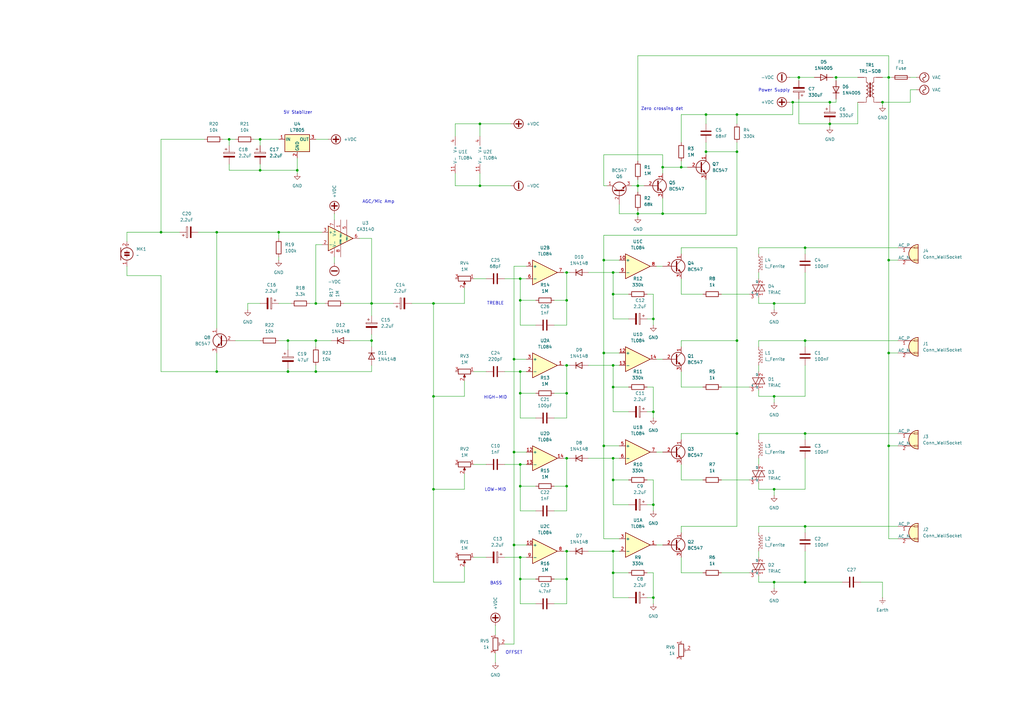
<source format=kicad_sch>
(kicad_sch (version 20231120) (generator "eeschema") (generator_version "8.0")
  (paper "A3")
  (title_block (title "AT464 by Jan Soelberg"))
  (junction (at 129.54 139.7))
  (junction (at 271.78 87.63))
  (junction (at 213.36 152.4))
  (junction (at 327.66 31.75))
  (junction (at 232.41 161.29))
  (junction (at 330.2 177.8))
  (junction (at 340.36 50.8))
  (junction (at 106.68 57.15))
  (junction (at 213.36 237.49))
  (junction (at 232.41 123.19))
  (junction (at 247.65 144.78))
  (junction (at 330.2 139.7))
  (junction (at 106.68 69.85))
  (junction (at 213.36 228.6))
  (junction (at 289.56 46.99))
  (junction (at 330.2 101.6))
  (junction (at 232.41 199.39))
  (junction (at 251.46 158.75))
  (junction (at 177.8 162.56))
  (junction (at 210.82 223.52))
  (junction (at 261.62 76.2))
  (junction (at 232.41 187.96))
  (junction (at 88.9 95.25))
  (junction (at 213.36 123.19))
  (junction (at 251.46 149.86))
  (junction (at 177.8 124.46))
  (junction (at 361.95 41.91))
  (junction (at 340.36 41.91))
  (junction (at 267.97 130.81))
  (junction (at 302.26 177.8))
  (junction (at 232.41 149.86))
  (junction (at 271.78 68.58))
  (junction (at 247.65 182.88))
  (junction (at 232.41 111.76))
  (junction (at 118.11 152.4))
  (junction (at 317.5 162.56))
  (junction (at 330.2 238.76))
  (junction (at 247.65 106.68))
  (junction (at 213.36 114.3))
  (junction (at 129.54 124.46))
  (junction (at 364.49 144.78))
  (junction (at 251.46 187.96))
  (junction (at 289.56 62.23))
  (junction (at 267.97 168.91))
  (junction (at 210.82 147.32))
  (junction (at 251.46 111.76))
  (junction (at 129.54 152.4))
  (junction (at 364.49 31.75))
  (junction (at 251.46 226.06))
  (junction (at 342.9 31.75))
  (junction (at 118.11 139.7))
  (junction (at 261.62 87.63))
  (junction (at 317.5 200.66))
  (junction (at 251.46 234.95))
  (junction (at 213.36 190.5))
  (junction (at 325.12 41.91))
  (junction (at 210.82 185.42))
  (junction (at 88.9 152.4))
  (junction (at 302.26 139.7))
  (junction (at 152.4 124.46))
  (junction (at 213.36 161.29))
  (junction (at 267.97 245.11))
  (junction (at 232.41 226.06))
  (junction (at 232.41 237.49))
  (junction (at 66.04 95.25))
  (junction (at 251.46 196.85))
  (junction (at 317.5 238.76))
  (junction (at 364.49 182.88))
  (junction (at 302.26 46.99))
  (junction (at 330.2 215.9))
  (junction (at 177.8 200.66))
  (junction (at 152.4 139.7))
  (junction (at 121.92 69.85))
  (junction (at 279.4 68.58))
  (junction (at 196.85 76.2))
  (junction (at 114.3 95.25))
  (junction (at 213.36 199.39))
  (junction (at 364.49 106.68))
  (junction (at 267.97 207.01))
  (junction (at 93.98 57.15))
  (junction (at 317.5 124.46))
  (junction (at 251.46 120.65))
  (junction (at 302.26 62.23))
  (junction (at 196.85 50.8))
  (wire (pts (xy 265.43 130.81) (xy 267.97 130.81)))
  (wire (pts (xy 279.4 196.85) (xy 279.4 190.5)))
  (wire (pts (xy 361.95 41.91) (xy 361.95 43.18)))
  (wire (pts (xy 261.62 76.2) (xy 264.16 76.2)))
  (wire (pts (xy 279.4 158.75) (xy 279.4 152.4)))
  (wire (pts (xy 265.43 120.65) (xy 267.97 120.65)))
  (wire (pts (xy 247.65 220.98) (xy 254 220.98)))
  (wire (pts (xy 213.36 123.19) (xy 219.71 123.19)))
  (wire (pts (xy 340.36 50.8) (xy 340.36 52.07)))
  (wire (pts (xy 251.46 168.91) (xy 251.46 158.75)))
  (wire (pts (xy 279.4 68.58) (xy 281.94 68.58)))
  (wire (pts (xy 311.15 104.14) (xy 311.15 101.6)))
  (wire (pts (xy 302.26 58.42) (xy 302.26 62.23)))
  (wire (pts (xy 295.91 234.95) (xy 307.34 234.95)))
  (wire (pts (xy 261.62 86.36) (xy 261.62 87.63)))
  (wire (pts (xy 129.54 124.46) (xy 127 124.46)))
  (wire (pts (xy 52.07 95.25) (xy 66.04 95.25)))
  (wire (pts (xy 194.31 228.6) (xy 199.39 228.6)))
  (wire (pts (xy 251.46 226.06) (xy 254 226.06)))
  (wire (pts (xy 88.9 144.78) (xy 88.9 152.4)))
  (wire (pts (xy 210.82 147.32) (xy 215.9 147.32)))
  (wire (pts (xy 302.26 96.52) (xy 247.65 96.52)))
  (wire (pts (xy 279.4 139.7) (xy 302.26 139.7)))
  (wire (pts (xy 247.65 144.78) (xy 254 144.78)))
  (wire (pts (xy 288.29 158.75) (xy 279.4 158.75)))
  (wire (pts (xy 330.2 101.6) (xy 330.2 104.14)))
  (wire (pts (xy 368.3 182.88) (xy 364.49 182.88)))
  (wire (pts (xy 311.15 124.46) (xy 311.15 121.92)))
  (wire (pts (xy 265.43 207.01) (xy 267.97 207.01)))
  (wire (pts (xy 330.2 215.9) (xy 368.3 215.9)))
  (wire (pts (xy 364.49 220.98) (xy 364.49 182.88)))
  (wire (pts (xy 317.5 200.66) (xy 317.5 203.2)))
  (wire (pts (xy 207.01 114.3) (xy 213.36 114.3)))
  (wire (pts (xy 311.15 139.7) (xy 330.2 139.7)))
  (wire (pts (xy 227.33 199.39) (xy 232.41 199.39)))
  (wire (pts (xy 317.5 162.56) (xy 317.5 165.1)))
  (wire (pts (xy 330.2 226.06) (xy 330.2 238.76)))
  (wire (pts (xy 289.56 62.23) (xy 289.56 63.5)))
  (wire (pts (xy 215.9 109.22) (xy 210.82 109.22)))
  (wire (pts (xy 168.91 124.46) (xy 177.8 124.46)))
  (wire (pts (xy 330.2 101.6) (xy 368.3 101.6)))
  (wire (pts (xy 190.5 238.76) (xy 177.8 238.76)))
  (wire (pts (xy 219.71 161.29) (xy 213.36 161.29)))
  (wire (pts (xy 368.3 144.78) (xy 364.49 144.78)))
  (wire (pts (xy 203.2 267.97) (xy 203.2 271.78)))
  (wire (pts (xy 207.01 190.5) (xy 213.36 190.5)))
  (wire (pts (xy 330.2 238.76) (xy 317.5 238.76)))
  (wire (pts (xy 88.9 95.25) (xy 88.9 134.62)))
  (wire (pts (xy 261.62 76.2) (xy 261.62 78.74)))
  (wire (pts (xy 330.2 139.7) (xy 368.3 139.7)))
  (wire (pts (xy 118.11 139.7) (xy 118.11 143.51)))
  (wire (pts (xy 213.36 247.65) (xy 213.36 237.49)))
  (wire (pts (xy 251.46 245.11) (xy 251.46 234.95)))
  (wire (pts (xy 323.85 41.91) (xy 325.12 41.91)))
  (wire (pts (xy 311.15 149.86) (xy 311.15 152.4)))
  (wire (pts (xy 213.36 114.3) (xy 215.9 114.3)))
  (wire (pts (xy 251.46 120.65) (xy 251.46 111.76)))
  (wire (pts (xy 177.8 200.66) (xy 177.8 162.56)))
  (wire (pts (xy 219.71 237.49) (xy 213.36 237.49)))
  (wire (pts (xy 265.43 158.75) (xy 267.97 158.75)))
  (wire (pts (xy 210.82 109.22) (xy 210.82 147.32)))
  (wire (pts (xy 232.41 209.55) (xy 232.41 199.39)))
  (wire (pts (xy 257.81 120.65) (xy 251.46 120.65)))
  (wire (pts (xy 257.81 168.91) (xy 251.46 168.91)))
  (wire (pts (xy 213.36 199.39) (xy 213.36 190.5)))
  (wire (pts (xy 194.31 114.3) (xy 199.39 114.3)))
  (wire (pts (xy 152.4 139.7) (xy 152.4 142.24)))
  (wire (pts (xy 152.4 124.46) (xy 152.4 129.54)))
  (wire (pts (xy 207.01 152.4) (xy 213.36 152.4)))
  (wire (pts (xy 121.92 69.85) (xy 121.92 71.12)))
  (wire (pts (xy 251.46 207.01) (xy 251.46 196.85)))
  (wire (pts (xy 66.04 95.25) (xy 73.66 95.25)))
  (wire (pts (xy 327.66 50.8) (xy 327.66 40.64)))
  (wire (pts (xy 302.26 177.8) (xy 302.26 215.9)))
  (wire (pts (xy 302.26 46.99) (xy 325.12 46.99)))
  (wire (pts (xy 152.4 124.46) (xy 140.97 124.46)))
  (wire (pts (xy 241.3 149.86) (xy 251.46 149.86)))
  (wire (pts (xy 231.14 111.76) (xy 232.41 111.76)))
  (wire (pts (xy 269.24 147.32) (xy 271.78 147.32)))
  (wire (pts (xy 302.26 62.23) (xy 302.26 96.52)))
  (wire (pts (xy 279.4 215.9) (xy 279.4 218.44)))
  (wire (pts (xy 317.5 238.76) (xy 317.5 241.3)))
  (wire (pts (xy 241.3 226.06) (xy 251.46 226.06)))
  (wire (pts (xy 121.92 64.77) (xy 121.92 69.85)))
  (wire (pts (xy 232.41 171.45) (xy 232.41 161.29)))
  (wire (pts (xy 152.4 97.79) (xy 152.4 124.46)))
  (wire (pts (xy 317.5 124.46) (xy 317.5 127)))
  (wire (pts (xy 311.15 162.56) (xy 311.15 160.02)))
  (wire (pts (xy 364.49 144.78) (xy 364.49 182.88)))
  (wire (pts (xy 93.98 57.15) (xy 96.52 57.15)))
  (wire (pts (xy 279.4 120.65) (xy 279.4 114.3)))
  (wire (pts (xy 219.71 133.35) (xy 213.36 133.35)))
  (wire (pts (xy 267.97 234.95) (xy 267.97 245.11)))
  (wire (pts (xy 254 87.63) (xy 261.62 87.63)))
  (wire (pts (xy 196.85 71.12) (xy 196.85 76.2)))
  (wire (pts (xy 271.78 87.63) (xy 261.62 87.63)))
  (wire (pts (xy 129.54 139.7) (xy 129.54 142.24)))
  (wire (pts (xy 269.24 109.22) (xy 271.78 109.22)))
  (wire (pts (xy 265.43 196.85) (xy 267.97 196.85)))
  (wire (pts (xy 257.81 130.81) (xy 251.46 130.81)))
  (wire (pts (xy 91.44 57.15) (xy 93.98 57.15)))
  (wire (pts (xy 302.26 50.8) (xy 302.26 46.99)))
  (wire (pts (xy 232.41 237.49) (xy 232.41 226.06)))
  (wire (pts (xy 209.55 50.8) (xy 196.85 50.8)))
  (wire (pts (xy 361.95 245.11) (xy 361.95 238.76)))
  (wire (pts (xy 364.49 31.75) (xy 364.49 22.86)))
  (wire (pts (xy 259.08 76.2) (xy 261.62 76.2)))
  (wire (pts (xy 106.68 67.31) (xy 106.68 69.85)))
  (wire (pts (xy 129.54 152.4) (xy 118.11 152.4)))
  (wire (pts (xy 257.81 234.95) (xy 251.46 234.95)))
  (wire (pts (xy 267.97 196.85) (xy 267.97 207.01)))
  (wire (pts (xy 177.8 124.46) (xy 177.8 162.56)))
  (wire (pts (xy 330.2 238.76) (xy 345.44 238.76)))
  (wire (pts (xy 364.49 22.86) (xy 261.62 22.86)))
  (wire (pts (xy 213.36 161.29) (xy 213.36 152.4)))
  (wire (pts (xy 279.4 177.8) (xy 302.26 177.8)))
  (wire (pts (xy 114.3 105.41) (xy 114.3 106.68)))
  (wire (pts (xy 227.33 123.19) (xy 232.41 123.19)))
  (wire (pts (xy 373.38 31.75) (xy 375.92 31.75)))
  (wire (pts (xy 66.04 57.15) (xy 83.82 57.15)))
  (wire (pts (xy 279.4 104.14) (xy 279.4 101.6)))
  (wire (pts (xy 101.6 124.46) (xy 101.6 127)))
  (wire (pts (xy 96.52 139.7) (xy 106.68 139.7)))
  (wire (pts (xy 330.2 215.9) (xy 330.2 218.44)))
  (wire (pts (xy 241.3 187.96) (xy 251.46 187.96)))
  (wire (pts (xy 257.81 245.11) (xy 251.46 245.11)))
  (wire (pts (xy 227.33 161.29) (xy 232.41 161.29)))
  (wire (pts (xy 340.36 50.8) (xy 327.66 50.8)))
  (wire (pts (xy 106.68 124.46) (xy 101.6 124.46)))
  (wire (pts (xy 311.15 187.96) (xy 311.15 190.5)))
  (wire (pts (xy 137.16 105.41) (xy 137.16 107.95)))
  (wire (pts (xy 247.65 63.5) (xy 271.78 63.5)))
  (wire (pts (xy 330.2 124.46) (xy 317.5 124.46)))
  (wire (pts (xy 152.4 149.86) (xy 152.4 152.4)))
  (wire (pts (xy 129.54 100.33) (xy 129.54 124.46)))
  (wire (pts (xy 196.85 50.8) (xy 186.69 50.8)))
  (wire (pts (xy 227.33 133.35) (xy 232.41 133.35)))
  (wire (pts (xy 129.54 139.7) (xy 135.89 139.7)))
  (wire (pts (xy 375.92 36.83) (xy 373.38 36.83)))
  (wire (pts (xy 267.97 207.01) (xy 267.97 209.55)))
  (wire (pts (xy 227.33 247.65) (xy 232.41 247.65)))
  (wire (pts (xy 196.85 76.2) (xy 209.55 76.2)))
  (wire (pts (xy 147.32 97.79) (xy 152.4 97.79)))
  (wire (pts (xy 248.92 76.2) (xy 247.65 76.2)))
  (wire (pts (xy 231.14 187.96) (xy 232.41 187.96)))
  (wire (pts (xy 361.95 31.75) (xy 364.49 31.75)))
  (wire (pts (xy 213.36 152.4) (xy 215.9 152.4)))
  (wire (pts (xy 190.5 156.21) (xy 190.5 162.56)))
  (wire (pts (xy 288.29 234.95) (xy 279.4 234.95)))
  (wire (pts (xy 295.91 158.75) (xy 307.34 158.75)))
  (wire (pts (xy 317.5 238.76) (xy 311.15 238.76)))
  (wire (pts (xy 267.97 245.11) (xy 267.97 247.65)))
  (wire (pts (xy 213.36 133.35) (xy 213.36 123.19)))
  (wire (pts (xy 325.12 41.91) (xy 340.36 41.91)))
  (wire (pts (xy 279.4 234.95) (xy 279.4 228.6)))
  (wire (pts (xy 210.82 185.42) (xy 210.82 147.32)))
  (wire (pts (xy 289.56 87.63) (xy 271.78 87.63)))
  (wire (pts (xy 66.04 57.15) (xy 66.04 95.25)))
  (wire (pts (xy 311.15 142.24) (xy 311.15 139.7)))
  (wire (pts (xy 267.97 168.91) (xy 267.97 171.45)))
  (wire (pts (xy 207.01 228.6) (xy 213.36 228.6)))
  (wire (pts (xy 288.29 196.85) (xy 279.4 196.85)))
  (wire (pts (xy 342.9 41.91) (xy 340.36 41.91)))
  (wire (pts (xy 190.5 232.41) (xy 190.5 238.76)))
  (wire (pts (xy 257.81 207.01) (xy 251.46 207.01)))
  (wire (pts (xy 269.24 185.42) (xy 271.78 185.42)))
  (wire (pts (xy 210.82 223.52) (xy 210.82 185.42)))
  (wire (pts (xy 251.46 196.85) (xy 251.46 187.96)))
  (wire (pts (xy 342.9 31.75) (xy 342.9 33.02)))
  (wire (pts (xy 213.36 228.6) (xy 215.9 228.6)))
  (wire (pts (xy 247.65 182.88) (xy 247.65 220.98)))
  (wire (pts (xy 190.5 124.46) (xy 190.5 118.11)))
  (wire (pts (xy 213.36 171.45) (xy 213.36 161.29)))
  (wire (pts (xy 232.41 123.19) (xy 232.41 111.76)))
  (wire (pts (xy 152.4 137.16) (xy 152.4 139.7)))
  (wire (pts (xy 334.01 31.75) (xy 327.66 31.75)))
  (wire (pts (xy 302.26 139.7) (xy 302.26 177.8)))
  (wire (pts (xy 265.43 234.95) (xy 267.97 234.95)))
  (wire (pts (xy 364.49 31.75) (xy 364.49 106.68)))
  (wire (pts (xy 364.49 31.75) (xy 365.76 31.75)))
  (wire (pts (xy 114.3 95.25) (xy 132.08 95.25)))
  (wire (pts (xy 186.69 50.8) (xy 186.69 55.88)))
  (wire (pts (xy 190.5 200.66) (xy 177.8 200.66)))
  (wire (pts (xy 247.65 76.2) (xy 247.65 63.5)))
  (wire (pts (xy 271.78 63.5) (xy 271.78 68.58)))
  (wire (pts (xy 265.43 168.91) (xy 267.97 168.91)))
  (wire (pts (xy 311.15 238.76) (xy 311.15 236.22)))
  (wire (pts (xy 289.56 46.99) (xy 302.26 46.99)))
  (wire (pts (xy 251.46 111.76) (xy 254 111.76)))
  (wire (pts (xy 330.2 162.56) (xy 317.5 162.56)))
  (wire (pts (xy 289.56 73.66) (xy 289.56 87.63)))
  (wire (pts (xy 129.54 149.86) (xy 129.54 152.4)))
  (wire (pts (xy 351.79 41.91) (xy 351.79 50.8)))
  (wire (pts (xy 330.2 149.86) (xy 330.2 162.56)))
  (wire (pts (xy 373.38 36.83) (xy 373.38 41.91)))
  (wire (pts (xy 81.28 95.25) (xy 88.9 95.25)))
  (wire (pts (xy 271.78 81.28) (xy 271.78 87.63)))
  (wire (pts (xy 106.68 57.15) (xy 114.3 57.15)))
  (wire (pts (xy 311.15 200.66) (xy 311.15 198.12)))
  (wire (pts (xy 203.2 256.54) (xy 203.2 260.35)))
  (wire (pts (xy 232.41 226.06) (xy 233.68 226.06)))
  (wire (pts (xy 311.15 101.6) (xy 330.2 101.6)))
  (wire (pts (xy 289.56 58.42) (xy 289.56 62.23)))
  (wire (pts (xy 340.36 41.91) (xy 340.36 43.18)))
  (wire (pts (xy 66.04 113.03) (xy 66.04 152.4)))
  (wire (pts (xy 251.46 187.96) (xy 254 187.96)))
  (wire (pts (xy 177.8 124.46) (xy 190.5 124.46)))
  (wire (pts (xy 330.2 111.76) (xy 330.2 124.46)))
  (wire (pts (xy 210.82 264.16) (xy 210.82 223.52)))
  (wire (pts (xy 261.62 87.63) (xy 261.62 88.9)))
  (wire (pts (xy 251.46 149.86) (xy 254 149.86)))
  (wire (pts (xy 279.4 66.04) (xy 279.4 68.58)))
  (wire (pts (xy 152.4 152.4) (xy 129.54 152.4)))
  (wire (pts (xy 257.81 196.85) (xy 251.46 196.85)))
  (wire (pts (xy 279.4 101.6) (xy 302.26 101.6)))
  (wire (pts (xy 364.49 106.68) (xy 368.3 106.68)))
  (wire (pts (xy 227.33 237.49) (xy 232.41 237.49)))
  (wire (pts (xy 311.15 177.8) (xy 330.2 177.8)))
  (wire (pts (xy 330.2 139.7) (xy 330.2 142.24)))
  (wire (pts (xy 317.5 124.46) (xy 311.15 124.46)))
  (wire (pts (xy 267.97 130.81) (xy 267.97 133.35)))
  (wire (pts (xy 311.15 218.44) (xy 311.15 215.9)))
  (wire (pts (xy 261.62 73.66) (xy 261.62 76.2)))
  (wire (pts (xy 351.79 50.8) (xy 340.36 50.8)))
  (wire (pts (xy 342.9 41.91) (xy 342.9 40.64)))
  (wire (pts (xy 295.91 196.85) (xy 307.34 196.85)))
  (wire (pts (xy 114.3 95.25) (xy 114.3 97.79)))
  (wire (pts (xy 251.46 234.95) (xy 251.46 226.06)))
  (wire (pts (xy 177.8 200.66) (xy 177.8 238.76)))
  (wire (pts (xy 232.41 161.29) (xy 232.41 149.86)))
  (wire (pts (xy 279.4 58.42) (xy 279.4 46.99)))
  (wire (pts (xy 251.46 158.75) (xy 251.46 149.86)))
  (wire (pts (xy 232.41 187.96) (xy 233.68 187.96)))
  (wire (pts (xy 194.31 190.5) (xy 199.39 190.5)))
  (wire (pts (xy 317.5 162.56) (xy 311.15 162.56)))
  (wire (pts (xy 88.9 152.4) (xy 118.11 152.4)))
  (wire (pts (xy 288.29 120.65) (xy 279.4 120.65)))
  (wire (pts (xy 213.36 114.3) (xy 213.36 123.19)))
  (wire (pts (xy 257.81 158.75) (xy 251.46 158.75)))
  (wire (pts (xy 186.69 76.2) (xy 196.85 76.2)))
  (wire (pts (xy 361.95 238.76) (xy 353.06 238.76)))
  (wire (pts (xy 251.46 130.81) (xy 251.46 120.65)))
  (wire (pts (xy 219.71 247.65) (xy 213.36 247.65)))
  (wire (pts (xy 106.68 57.15) (xy 106.68 59.69)))
  (wire (pts (xy 325.12 46.99) (xy 325.12 41.91)))
  (wire (pts (xy 114.3 124.46) (xy 119.38 124.46)))
  (wire (pts (xy 215.9 223.52) (xy 210.82 223.52)))
  (wire (pts (xy 118.11 152.4) (xy 118.11 151.13)))
  (wire (pts (xy 241.3 111.76) (xy 251.46 111.76)))
  (wire (pts (xy 232.41 111.76) (xy 233.68 111.76)))
  (wire (pts (xy 231.14 226.06) (xy 232.41 226.06)))
  (wire (pts (xy 93.98 57.15) (xy 93.98 59.69)))
  (wire (pts (xy 247.65 182.88) (xy 254 182.88)))
  (wire (pts (xy 364.49 106.68) (xy 364.49 144.78)))
  (wire (pts (xy 289.56 50.8) (xy 289.56 46.99)))
  (wire (pts (xy 232.41 199.39) (xy 232.41 187.96)))
  (wire (pts (xy 114.3 139.7) (xy 118.11 139.7)))
  (wire (pts (xy 267.97 120.65) (xy 267.97 130.81)))
  (wire (pts (xy 267.97 158.75) (xy 267.97 168.91)))
  (wire (pts (xy 261.62 22.86) (xy 261.62 66.04)))
  (wire (pts (xy 330.2 177.8) (xy 330.2 180.34)))
  (wire (pts (xy 302.26 62.23) (xy 289.56 62.23)))
  (wire (pts (xy 207.01 264.16) (xy 210.82 264.16)))
  (wire (pts (xy 279.4 46.99) (xy 289.56 46.99)))
  (wire (pts (xy 279.4 180.34) (xy 279.4 177.8)))
  (wire (pts (xy 311.15 226.06) (xy 311.15 228.6)))
  (wire (pts (xy 247.65 144.78) (xy 247.65 182.88)))
  (wire (pts (xy 93.98 69.85) (xy 106.68 69.85)))
  (wire (pts (xy 88.9 95.25) (xy 114.3 95.25)))
  (wire (pts (xy 106.68 69.85) (xy 121.92 69.85)))
  (wire (pts (xy 330.2 177.8) (xy 368.3 177.8)))
  (wire (pts (xy 302.26 215.9) (xy 279.4 215.9)))
  (wire (pts (xy 129.54 57.15) (xy 134.62 57.15)))
  (wire (pts (xy 215.9 185.42) (xy 210.82 185.42)))
  (wire (pts (xy 311.15 180.34) (xy 311.15 177.8)))
  (wire (pts (xy 190.5 162.56) (xy 177.8 162.56)))
  (wire (pts (xy 194.31 152.4) (xy 199.39 152.4)))
  (wire (pts (xy 227.33 209.55) (xy 232.41 209.55)))
  (wire (pts (xy 232.41 247.65) (xy 232.41 237.49)))
  (wire (pts (xy 52.07 109.22) (xy 52.07 113.03)))
  (wire (pts (xy 137.16 87.63) (xy 137.16 90.17)))
  (wire (pts (xy 311.15 215.9) (xy 330.2 215.9)))
  (wire (pts (xy 271.78 68.58) (xy 279.4 68.58)))
  (wire (pts (xy 213.36 209.55) (xy 213.36 199.39)))
  (wire (pts (xy 271.78 68.58) (xy 271.78 71.12)))
  (wire (pts (xy 118.11 139.7) (xy 129.54 139.7)))
  (wire (pts (xy 247.65 96.52) (xy 247.65 106.68)))
  (wire (pts (xy 196.85 50.8) (xy 196.85 55.88)))
  (wire (pts (xy 342.9 31.75) (xy 351.79 31.75)))
  (wire (pts (xy 247.65 106.68) (xy 254 106.68)))
  (wire (pts (xy 327.66 31.75) (xy 327.66 33.02)))
  (wire (pts (xy 132.08 100.33) (xy 129.54 100.33)))
  (wire (pts (xy 213.36 190.5) (xy 215.9 190.5)))
  (wire (pts (xy 219.71 209.55) (xy 213.36 209.55)))
  (wire (pts (xy 219.71 171.45) (xy 213.36 171.45)))
  (wire (pts (xy 232.41 149.86) (xy 233.68 149.86)))
  (wire (pts (xy 341.63 31.75) (xy 342.9 31.75)))
  (wire (pts (xy 368.3 220.98) (xy 364.49 220.98)))
  (wire (pts (xy 227.33 171.45) (xy 232.41 171.45)))
  (wire (pts (xy 317.5 200.66) (xy 311.15 200.66)))
  (wire (pts (xy 311.15 111.76) (xy 311.15 114.3)))
  (wire (pts (xy 66.04 152.4) (xy 88.9 152.4)))
  (wire (pts (xy 186.69 71.12) (xy 186.69 76.2)))
  (wire (pts (xy 265.43 245.11) (xy 267.97 245.11)))
  (wire (pts (xy 232.41 133.35) (xy 232.41 123.19)))
  (wire (pts (xy 52.07 99.06) (xy 52.07 95.25)))
  (wire (pts (xy 93.98 67.31) (xy 93.98 69.85)))
  (wire (pts (xy 330.2 187.96) (xy 330.2 200.66)))
  (wire (pts (xy 104.14 57.15) (xy 106.68 57.15)))
  (wire (pts (xy 129.54 124.46) (xy 133.35 124.46)))
  (wire (pts (xy 52.07 113.03) (xy 66.04 113.03)))
  (wire (pts (xy 219.71 199.39) (xy 213.36 199.39)))
  (wire (pts (xy 247.65 106.68) (xy 247.65 144.78)))
  (wire (pts (xy 279.4 142.24) (xy 279.4 139.7)))
  (wire (pts (xy 213.36 237.49) (xy 213.36 228.6)))
  (wire (pts (xy 269.24 223.52) (xy 271.78 223.52)))
  (wire (pts (xy 323.85 31.75) (xy 327.66 31.75)))
  (wire (pts (xy 254 83.82) (xy 254 87.63)))
  (wire (pts (xy 302.26 101.6) (xy 302.26 139.7)))
  (wire (pts (xy 152.4 124.46) (xy 161.29 124.46)))
  (wire (pts (xy 373.38 41.91) (xy 361.95 41.91)))
  (wire (pts (xy 295.91 120.65) (xy 307.34 120.65)))
  (wire (pts (xy 190.5 194.31) (xy 190.5 200.66)))
  (wire (pts (xy 143.51 139.7) (xy 152.4 139.7)))
  (wire (pts (xy 330.2 200.66) (xy 317.5 200.66)))
  (wire (pts (xy 231.14 149.86) (xy 232.41 149.86)))
  (text "5V Stabilzer" (at 122.174 46.228 0) (effects (font (size 1.27 1.27))))
  (text "LOW-MID" (at 203.2 200.914 0) (effects (font (size 1.27 1.27))))
  (text "Power Supply" (at 317.5 37.084 0) (effects (font (size 1.27 1.27))))
  (text "Zero crossing det" (at 271.526 44.704 0) (effects (font (size 1.27 1.27))))
  (text "BASS" (at 203.454 239.268 0) (effects (font (size 1.27 1.27))))
  (text "HIGH-MID" (at 203.2 163.068 0) (effects (font (size 1.27 1.27))))
  (text "AGC/Mic Amp" (at 155.194 82.804 0) (effects (font (size 1.27 1.27))))
  (text "OFFSET" (at 210.82 267.716 0) (effects (font (size 1.27 1.27))))
  (text "TREBLE" (at 203.2 124.46 0) (effects (font (size 1.27 1.27))))
  (symbol (lib_id "Device:D") (at 237.49 226.06 0) (unit 1)
    (property "Reference" "D7" (at 237.49 219.71 0))
    (property "Value" "1N4148" (at 237.49 222.25 0))
    (property "Description" "Diode" (effects (hide yes)))
    (property "Sim.Device" "D" (effects (hide yes)))
    (property "Sim.Pins" "1=K 2=A" (effects (hide yes)))
  )
  (symbol (lib_id "Device:Microphone_Condenser") (at 52.07 104.14 0) (unit 1)
    (property "Reference" "MK1" (at 55.88 102.1714 0) (effects (justify left)))
    (property "Value" "~" (at 55.88 104.7114 0) (effects (justify left)))
    (property "Description" "Condenser microphone" (effects (hide yes)))
  )
  (symbol (lib_id "Device:C") (at 203.2 190.5 90) (unit 1)
    (property "Reference" "C10" (at 203.2 182.88 90))
    (property "Value" "1nF" (at 203.2 185.42 90))
    (property "Description" "Unpolarized capacitor" (effects (hide yes)))
  )
  (symbol (lib_id "Amplifier_Operational:TL084") (at 223.52 187.96 0) (unit 4)
    (property "Reference" "U2" (at 223.52 177.8 0))
    (property "Value" "TL084" (at 223.52 180.34 0))
    (property "Datasheet" "http://www.ti.com/lit/ds/symlink/tl081.pdf" (effects (hide yes)))
    (property "Description" "Quad JFET-Input Operational Amplifiers, DIP-14/SOIC-14/SSOP-14" (effects (hide yes)))
  )
  (symbol (lib_id "Device:C_Polarized") (at 261.62 168.91 270) (unit 1)
    (property "Reference" "C11" (at 262.509 161.29 90))
    (property "Value" "2.2uF" (at 262.509 163.83 90))
    (property "Description" "Polarized capacitor" (effects (hide yes)))
  )
  (symbol (lib_id "Device:R") (at 292.1 196.85 90) (unit 1)
    (property "Reference" "R7" (at 292.1 190.5 90))
    (property "Value" "1k" (at 292.1 193.04 90))
    (property "Description" "Resistor" (effects (hide yes)))
  )
  (symbol (lib_id "Device:C") (at 330.2 107.95 0) (unit 1)
    (property "Reference" "C4" (at 334.01 106.6799 0) (effects (justify left)))
    (property "Value" "100nF" (at 334.01 109.2199 0) (effects (justify left)))
    (property "Description" "Unpolarized capacitor" (effects (hide yes)))
  )
  (symbol (lib_id "power:+VDC") (at 323.85 41.91 90) (unit 1)
    (property "Reference" "#PWR06" (effects (hide yes)))
    (property "Value" "+VDC" (at 317.5 41.9099 90) (effects (justify left)))
    (property "Description" "Power symbol creates a global label with name \"+VDC\"" (effects (hide yes)))
  )
  (symbol (lib_id "Device:R") (at 261.62 69.85 0) (unit 1)
    (property "Reference" "R1" (at 264.16 68.5799 0) (effects (justify left)))
    (property "Value" "1M" (at 264.16 71.1199 0) (effects (justify left)))
    (property "Description" "Resistor" (effects (hide yes)))
  )
  (symbol (lib_id "Device:R") (at 137.16 124.46 90) (unit 1)
    (property "Reference" "R17" (at 135.8899 121.92 0) (effects (justify left)))
    (property "Value" "1M" (at 138.4299 121.92 0) (effects (justify left)))
    (property "Description" "Resistor" (effects (hide yes)))
  )
  (symbol (lib_id "Device:R_Potentiometer") (at 190.5 152.4 270) (unit 1)
    (property "Reference" "RV3" (at 190.5 146.05 90))
    (property "Value" "1M" (at 190.5 148.59 90))
    (property "Description" "Potentiometer" (effects (hide yes)))
  )
  (symbol (lib_id "Device:R") (at 100.33 57.15 90) (unit 1)
    (property "Reference" "R21" (at 100.33 50.8 90))
    (property "Value" "10k" (at 100.33 53.34 90))
    (property "Description" "Resistor" (effects (hide yes)))
  )
  (symbol (lib_id "Device:R") (at 261.62 196.85 90) (unit 1)
    (property "Reference" "R10" (at 261.62 190.5 90))
    (property "Value" "330k" (at 261.62 193.04 90))
    (property "Description" "Resistor" (effects (hide yes)))
  )
  (symbol (lib_id "Device:C_Polarized") (at 110.49 124.46 270) (unit 1)
    (property "Reference" "C16" (at 111.379 116.84 90))
    (property "Value" "2.2uF" (at 111.379 119.38 90))
    (property "Description" "Polarized capacitor" (effects (hide yes)))
  )
  (symbol (lib_id "Device:C") (at 330.2 222.25 0) (unit 1)
    (property "Reference" "C2" (at 334.01 220.9799 0) (effects (justify left)))
    (property "Value" "100nF" (at 334.01 223.5199 0) (effects (justify left)))
    (property "Description" "Unpolarized capacitor" (effects (hide yes)))
  )
  (symbol (lib_id "Device:C_Polarized") (at 77.47 95.25 90) (unit 1)
    (property "Reference" "C20" (at 76.581 87.63 90))
    (property "Value" "2.2uF" (at 76.581 90.17 90))
    (property "Description" "Polarized capacitor" (effects (hide yes)))
  )
  (symbol (lib_id "power:+VDC") (at 203.2 256.54 0) (mirror y) (unit 1)
    (property "Reference" "#PWR022" (effects (hide yes)))
    (property "Value" "+VDC" (at 203.1999 250.19 90) (effects (justify left)))
    (property "Description" "Power symbol creates a global label with name \"+VDC\"" (effects (hide yes)))
  )
  (symbol (lib_id "Device:D") (at 152.4 146.05 270) (unit 1)
    (property "Reference" "D11" (at 154.94 144.7799 90) (effects (justify left)))
    (property "Value" "1N4148" (at 154.94 147.3199 90) (effects (justify left)))
    (property "Description" "Diode" (effects (hide yes)))
    (property "Sim.Device" "D" (effects (hide yes)))
    (property "Sim.Pins" "1=K 2=A" (effects (hide yes)))
  )
  (symbol (lib_id "Device:C_Polarized") (at 261.62 245.11 270) (unit 1)
    (property "Reference" "C8" (at 262.509 237.49 90))
    (property "Value" "2.2uF" (at 262.509 240.03 90))
    (property "Description" "Polarized capacitor" (effects (hide yes)))
  )
  (symbol (lib_id "Device:D") (at 342.9 36.83 90) (unit 1)
    (property "Reference" "D6" (at 345.44 35.5599 90) (effects (justify right)))
    (property "Value" "1N4005" (at 345.44 38.0999 90) (effects (justify right)))
    (property "Description" "Diode" (effects (hide yes)))
    (property "Sim.Device" "D" (effects (hide yes)))
    (property "Sim.Pins" "1=K 2=A" (effects (hide yes)))
  )
  (symbol (lib_id "Device:C_Polarized") (at 203.2 228.6 270) (unit 1)
    (property "Reference" "C13" (at 204.089 220.98 90))
    (property "Value" "2.2uF" (at 204.089 223.52 90))
    (property "Description" "Polarized capacitor" (effects (hide yes)))
  )
  (symbol (lib_id "Connector:Conn_WallSocket") (at 373.38 218.44 0) (unit 1)
    (property "Reference" "J2" (at 378.46 217.1699 0) (effects (justify left)))
    (property "Value" "Conn_WallSocket" (at 378.46 219.7099 0) (effects (justify left)))
    (property "Description" "3-pin german wall socket, no Earth wire (110VAC, 220VAC)" (effects (hide yes)))
  )
  (symbol (lib_id "Device:C") (at 330.2 184.15 0) (unit 1)
    (property "Reference" "C3" (at 334.01 182.8799 0) (effects (justify left)))
    (property "Value" "100nF" (at 334.01 185.4199 0) (effects (justify left)))
    (property "Description" "Unpolarized capacitor" (effects (hide yes)))
  )
  (symbol (lib_id "Device:C_Polarized") (at 152.4 133.35 0) (unit 1)
    (property "Reference" "C15" (at 156.21 131.1909 0) (effects (justify left)))
    (property "Value" "2.2uF" (at 156.21 133.7309 0) (effects (justify left)))
    (property "Description" "Polarized capacitor" (effects (hide yes)))
  )
  (symbol (lib_id "Transistor_BJT:BC547") (at 269.24 76.2 0) (unit 1)
    (property "Reference" "Q5" (at 274.32 74.9299 0) (effects (justify left)))
    (property "Value" "BC547" (at 274.32 77.4699 0) (effects (justify left)))
    (property "Footprint" "Package_TO_SOT_THT:TO-92_Inline" (effects (hide yes)))
    (property "Datasheet" "https://www.onsemi.com/pub/Collateral/BC550-D.pdf" (effects (hide yes)))
    (property "Description" "0.1A Ic, 45V Vce, Small Signal NPN Transistor, TO-92" (effects (hide yes)))
  )
  (symbol (lib_id "Device:R") (at 261.62 234.95 90) (unit 1)
    (property "Reference" "R9" (at 261.62 228.6 90))
    (property "Value" "330k" (at 261.62 231.14 90))
    (property "Description" "Resistor" (effects (hide yes)))
  )
  (symbol (lib_id "Transistor_BJT:BC547") (at 254 78.74 90) (unit 1)
    (property "Reference" "Q6" (at 254 72.39 90))
    (property "Value" "BC547" (at 254 69.85 90))
    (property "Footprint" "Package_TO_SOT_THT:TO-92_Inline" (effects (hide yes)))
    (property "Datasheet" "https://www.onsemi.com/pub/Collateral/BC550-D.pdf" (effects (hide yes)))
    (property "Description" "0.1A Ic, 45V Vce, Small Signal NPN Transistor, TO-92" (effects (hide yes)))
  )
  (symbol (lib_id "Amplifier_Operational:CA3140") (at 139.7 97.79 0) (unit 1)
    (property "Reference" "U3" (at 149.86 91.4714 0))
    (property "Value" "CA3140" (at 149.86 94.0114 0))
    (property "Datasheet" "http://www.intersil.com/content/dam/intersil/documents/ca31/ca3140-a.pdf" (effects (hide yes)))
    (property "Description" "4.5MHz, BiMOS Operational Amplifier with MOSFET Input/Bipolar Output, DIP-8/SOIC-8" (effects (hide yes)))
  )
  (symbol (lib_id "Device:R") (at 223.52 237.49 90) (unit 1)
    (property "Reference" "R16" (at 223.52 231.14 90))
    (property "Value" "1M" (at 223.52 233.68 90))
    (property "Description" "Resistor" (effects (hide yes)))
  )
  (symbol (lib_id "Device:R_Potentiometer") (at 190.5 114.3 270) (unit 1)
    (property "Reference" "RV4" (at 190.5 107.95 90))
    (property "Value" "1M" (at 190.5 110.49 90))
    (property "Description" "Potentiometer" (effects (hide yes)))
  )
  (symbol (lib_id "Device:C_Polarized") (at 118.11 147.32 0) (unit 1)
    (property "Reference" "C19" (at 121.92 145.1609 0) (effects (justify left)))
    (property "Value" "47uF" (at 121.92 147.7009 0) (effects (justify left)))
    (property "Description" "Polarized capacitor" (effects (hide yes)))
  )
  (symbol (lib_id "Device:C") (at 223.52 133.35 90) (unit 1)
    (property "Reference" "C26" (at 223.52 125.73 90))
    (property "Value" "1nF" (at 223.52 128.27 90))
    (property "Description" "Unpolarized capacitor" (effects (hide yes)))
  )
  (symbol (lib_id "Device:L_Ferrite") (at 311.15 184.15 0) (unit 1)
    (property "Reference" "L3" (at 313.69 182.8799 0) (effects (justify left)))
    (property "Value" "L_Ferrite" (at 313.69 185.4199 0) (effects (justify left)))
    (property "Description" "Inductor with ferrite core" (effects (hide yes)))
  )
  (symbol (lib_id "power:GND") (at 317.5 203.2 0) (unit 1)
    (property "Reference" "#PWR024" (effects (hide yes)))
    (property "Value" "GND" (at 317.5 208.28 0))
    (property "Description" "Power symbol creates a global label with name \"GND\" , ground" (effects (hide yes)))
  )
  (symbol (lib_id "Device:D") (at 139.7 139.7 0) (unit 1)
    (property "Reference" "D12" (at 139.7 133.35 0))
    (property "Value" "1N4148" (at 139.7 135.89 0))
    (property "Description" "Diode" (effects (hide yes)))
    (property "Sim.Device" "D" (effects (hide yes)))
    (property "Sim.Pins" "1=K 2=A" (effects (hide yes)))
  )
  (symbol (lib_id "Device:R") (at 302.26 54.61 0) (unit 1)
    (property "Reference" "R4" (at 304.8 53.3399 0) (effects (justify left)))
    (property "Value" "330k" (at 304.8 55.8799 0) (effects (justify left)))
    (property "Description" "Resistor" (effects (hide yes)))
  )
  (symbol (lib_id "power:GND") (at 267.97 247.65 0) (unit 1)
    (property "Reference" "#PWR019" (effects (hide yes)))
    (property "Value" "GND" (at 267.97 252.73 0))
    (property "Description" "Power symbol creates a global label with name \"GND\" , ground" (effects (hide yes)))
  )
  (symbol (lib_id "Device:R") (at 292.1 234.95 90) (unit 1)
    (property "Reference" "R6" (at 292.1 228.6 90))
    (property "Value" "1k" (at 292.1 231.14 90))
    (property "Description" "Resistor" (effects (hide yes)))
  )
  (symbol (lib_id "Amplifier_Operational:TL084") (at 261.62 109.22 0) (unit 3)
    (property "Reference" "U1" (at 261.62 99.06 0))
    (property "Value" "TL084" (at 261.62 101.6 0))
    (property "Datasheet" "http://www.ti.com/lit/ds/symlink/tl081.pdf" (effects (hide yes)))
    (property "Description" "Quad JFET-Input Operational Amplifiers, DIP-14/SOIC-14/SSOP-14" (effects (hide yes)))
  )
  (symbol (lib_id "Device:C_Polarized") (at 165.1 124.46 90) (unit 1)
    (property "Reference" "C14" (at 164.211 116.84 90))
    (property "Value" "2.2uF" (at 164.211 119.38 90))
    (property "Description" "Polarized capacitor" (effects (hide yes)))
  )
  (symbol (lib_id "Device:L_Ferrite") (at 311.15 107.95 0) (unit 1)
    (property "Reference" "L4" (at 313.69 106.6799 0) (effects (justify left)))
    (property "Value" "L_Ferrite" (at 313.69 109.2199 0) (effects (justify left)))
    (property "Description" "Inductor with ferrite core" (effects (hide yes)))
  )
  (symbol (lib_id "Device:R") (at 292.1 158.75 90) (unit 1)
    (property "Reference" "R5" (at 292.1 152.4 90))
    (property "Value" "1k" (at 292.1 154.94 90))
    (property "Description" "Resistor" (effects (hide yes)))
  )
  (symbol (lib_id "power:+VDC") (at 137.16 87.63 0) (mirror y) (unit 1)
    (property "Reference" "#PWR010" (effects (hide yes)))
    (property "Value" "+VDC" (at 137.1599 81.28 90) (effects (justify left)))
    (property "Description" "Power symbol creates a global label with name \"+VDC\"" (effects (hide yes)))
  )
  (symbol (lib_id "Device:C") (at 203.2 152.4 90) (unit 1)
    (property "Reference" "C24" (at 203.2 144.78 90))
    (property "Value" "220pF" (at 203.2 147.32 90))
    (property "Description" "Unpolarized capacitor" (effects (hide yes)))
  )
  (symbol (lib_id "Device:R") (at 292.1 120.65 90) (unit 1)
    (property "Reference" "R8" (at 292.1 114.3 90))
    (property "Value" "1k" (at 292.1 116.84 90))
    (property "Description" "Resistor" (effects (hide yes)))
  )
  (symbol (lib_id "Transformer:TR1-SO8") (at 356.87 36.83 0) (unit 1)
    (property "Reference" "TR1" (at 356.87 26.67 0))
    (property "Value" "TR1-SO8" (at 356.87 29.21 0))
  )
  (symbol (lib_id "Transistor_BJT:BC547") (at 276.86 109.22 0) (unit 1)
    (property "Reference" "Q4" (at 281.94 107.9499 0) (effects (justify left)))
    (property "Value" "BC547" (at 281.94 110.4899 0) (effects (justify left)))
    (property "Footprint" "Package_TO_SOT_THT:TO-92_Inline" (effects (hide yes)))
    (property "Datasheet" "https://www.onsemi.com/pub/Collateral/BC550-D.pdf" (effects (hide yes)))
    (property "Description" "0.1A Ic, 45V Vce, Small Signal NPN Transistor, TO-92" (effects (hide yes)))
  )
  (symbol (lib_id "Device:R_Potentiometer_Trim") (at 203.2 264.16 0) (unit 1)
    (property "Reference" "RV5" (at 200.66 262.8899 0) (effects (justify right)))
    (property "Value" "1k" (at 200.66 265.4299 0) (effects (justify right)))
    (property "Description" "Trim-potentiometer" (effects (hide yes)))
  )
  (symbol (lib_id "Device:Q_TRIAC_A1A2G") (at 311.15 118.11 0) (unit 1)
    (property "Reference" "D4" (at 314.96 117.4241 0) (effects (justify left)))
    (property "Value" "TRIAC" (at 314.96 119.9641 0) (effects (justify left)))
    (property "Description" "Triode for alternating current, anode1/anode2/gate" (effects (hide yes)))
  )
  (symbol (lib_id "Transistor_BJT:BC547") (at 91.44 139.7 0) (mirror y) (unit 1)
    (property "Reference" "Q8" (at 86.36 138.4299 0) (effects (justify left)))
    (property "Value" "BC547" (at 86.36 140.9699 0) (effects (justify left)))
    (property "Footprint" "Package_TO_SOT_THT:TO-92_Inline" (effects (hide yes)))
    (property "Datasheet" "https://www.onsemi.com/pub/Collateral/BC550-D.pdf" (effects (hide yes)))
    (property "Description" "0.1A Ic, 45V Vce, Small Signal NPN Transistor, TO-92" (effects (hide yes)))
  )
  (symbol (lib_id "power:-VDC") (at 137.16 107.95 180) (unit 1)
    (property "Reference" "#PWR011" (effects (hide yes)))
    (property "Value" "-VDC" (at 137.16 115.57 0))
    (property "Description" "Power symbol creates a global label with name \"-VDC\"" (effects (hide yes)))
  )
  (symbol (lib_id "Device:C_Polarized") (at 261.62 130.81 270) (unit 1)
    (property "Reference" "C12" (at 262.509 123.19 90))
    (property "Value" "2.2uF" (at 262.509 125.73 90))
    (property "Description" "Polarized capacitor" (effects (hide yes)))
  )
  (symbol (lib_id "Device:C_Polarized") (at 106.68 63.5 0) (unit 1)
    (property "Reference" "C17" (at 110.49 61.3409 0) (effects (justify left)))
    (property "Value" "2.2uF" (at 110.49 63.8809 0) (effects (justify left)))
    (property "Description" "Polarized capacitor" (effects (hide yes)))
  )
  (symbol (lib_id "Device:Q_TRIAC_A1A2G") (at 311.15 194.31 0) (unit 1)
    (property "Reference" "D3" (at 314.96 193.6241 0) (effects (justify left)))
    (property "Value" "TRIAC" (at 314.96 196.1641 0) (effects (justify left)))
    (property "Description" "Triode for alternating current, anode1/anode2/gate" (effects (hide yes)))
  )
  (symbol (lib_id "Transistor_BJT:BC547") (at 276.86 147.32 0) (unit 1)
    (property "Reference" "Q1" (at 281.94 146.0499 0) (effects (justify left)))
    (property "Value" "BC547" (at 281.94 148.5899 0) (effects (justify left)))
    (property "Footprint" "Package_TO_SOT_THT:TO-92_Inline" (effects (hide yes)))
    (property "Datasheet" "https://www.onsemi.com/pub/Collateral/BC550-D.pdf" (effects (hide yes)))
    (property "Description" "0.1A Ic, 45V Vce, Small Signal NPN Transistor, TO-92" (effects (hide yes)))
  )
  (symbol (lib_id "Device:Fuse") (at 369.57 31.75 90) (unit 1)
    (property "Reference" "F1" (at 369.57 25.4 90))
    (property "Value" "Fuse" (at 369.57 27.94 90))
    (property "Description" "Fuse" (effects (hide yes)))
  )
  (symbol (lib_id "power:VAC") (at 375.92 36.83 270) (unit 1)
    (property "Reference" "#PWR02" (effects (hide yes)))
    (property "Value" "VAC" (at 382.27 36.8299 90) (effects (justify left)))
    (property "Description" "Power symbol creates a global label with name \"VAC\"" (effects (hide yes)))
  )
  (symbol (lib_id "Device:R_Potentiometer_Trim") (at 279.4 266.7 0) (unit 1)
    (property "Reference" "RV6" (at 276.86 265.4299 0) (effects (justify right)))
    (property "Value" "1k" (at 276.86 267.9699 0) (effects (justify right)))
    (property "Description" "Trim-potentiometer" (effects (hide yes)))
  )
  (symbol (lib_id "power:GND") (at 267.97 133.35 0) (unit 1)
    (property "Reference" "#PWR016" (effects (hide yes)))
    (property "Value" "GND" (at 267.97 138.43 0))
    (property "Description" "Power symbol creates a global label with name \"GND\" , ground" (effects (hide yes)))
  )
  (symbol (lib_id "Amplifier_Operational:TL084") (at 223.52 111.76 0) (unit 2)
    (property "Reference" "U2" (at 223.52 101.6 0))
    (property "Value" "TL084" (at 223.52 104.14 0))
    (property "Datasheet" "http://www.ti.com/lit/ds/symlink/tl081.pdf" (effects (hide yes)))
    (property "Description" "Quad JFET-Input Operational Amplifiers, DIP-14/SOIC-14/SSOP-14" (effects (hide yes)))
  )
  (symbol (lib_id "Device:C") (at 223.52 171.45 90) (unit 1)
    (property "Reference" "C21" (at 223.52 163.83 90))
    (property "Value" "100pF" (at 223.52 166.37 90))
    (property "Description" "Unpolarized capacitor" (effects (hide yes)))
  )
  (symbol (lib_id "Device:C_Polarized") (at 261.62 207.01 270) (unit 1)
    (property "Reference" "C9" (at 262.509 199.39 90))
    (property "Value" "2.2uF" (at 262.509 201.93 90))
    (property "Description" "Polarized capacitor" (effects (hide yes)))
  )
  (symbol (lib_id "Amplifier_Operational:TL084") (at 261.62 147.32 0) (unit 4)
    (property "Reference" "U1" (at 261.62 137.16 0))
    (property "Value" "TL084" (at 261.62 139.7 0))
    (property "Datasheet" "http://www.ti.com/lit/ds/symlink/tl081.pdf" (effects (hide yes)))
    (property "Description" "Quad JFET-Input Operational Amplifiers, DIP-14/SOIC-14/SSOP-14" (effects (hide yes)))
  )
  (symbol (lib_id "Device:R") (at 129.54 146.05 0) (unit 1)
    (property "Reference" "R23" (at 132.08 144.7799 0) (effects (justify left)))
    (property "Value" "10k" (at 132.08 147.3199 0) (effects (justify left)))
    (property "Description" "Resistor" (effects (hide yes)))
  )
  (symbol (lib_id "power:VAC") (at 375.92 31.75 270) (unit 1)
    (property "Reference" "#PWR01" (effects (hide yes)))
    (property "Value" "VAC" (at 382.27 31.7499 90) (effects (justify left)))
    (property "Description" "Power symbol creates a global label with name \"VAC\"" (effects (hide yes)))
  )
  (symbol (lib_id "Device:R") (at 223.52 161.29 90) (unit 1)
    (property "Reference" "R13" (at 223.52 154.94 90))
    (property "Value" "1M" (at 223.52 157.48 90))
    (property "Description" "Resistor" (effects (hide yes)))
  )
  (symbol (lib_id "Device:D") (at 337.82 31.75 180) (unit 1)
    (property "Reference" "D5" (at 337.82 25.4 0))
    (property "Value" "1N4005" (at 337.82 27.94 0))
    (property "Description" "Diode" (effects (hide yes)))
    (property "Sim.Device" "D" (effects (hide yes)))
    (property "Sim.Pins" "1=K 2=A" (effects (hide yes)))
  )
  (symbol (lib_id "Device:D") (at 237.49 149.86 0) (unit 1)
    (property "Reference" "D9" (at 237.49 143.51 0))
    (property "Value" "1N4148" (at 237.49 146.05 0))
    (property "Description" "Diode" (effects (hide yes)))
    (property "Sim.Device" "D" (effects (hide yes)))
    (property "Sim.Pins" "1=K 2=A" (effects (hide yes)))
  )
  (symbol (lib_id "Device:R") (at 114.3 101.6 0) (unit 1)
    (property "Reference" "R19" (at 116.84 100.3299 0) (effects (justify left)))
    (property "Value" "100k" (at 116.84 102.8699 0) (effects (justify left)))
    (property "Description" "Resistor" (effects (hide yes)))
  )
  (symbol (lib_id "Device:D") (at 237.49 111.76 0) (unit 1)
    (property "Reference" "D10" (at 237.49 105.41 0))
    (property "Value" "1N4148" (at 237.49 107.95 0))
    (property "Description" "Diode" (effects (hide yes)))
    (property "Sim.Device" "D" (effects (hide yes)))
    (property "Sim.Pins" "1=K 2=A" (effects (hide yes)))
  )
  (symbol (lib_id "power:+VDC") (at 209.55 50.8 270) (unit 1)
    (property "Reference" "#PWR015" (effects (hide yes)))
    (property "Value" "+VDC" (at 215.9 50.7999 90) (effects (justify left)))
    (property "Description" "Power symbol creates a global label with name \"+VDC\"" (effects (hide yes)))
  )
  (symbol (lib_id "Device:R_Potentiometer") (at 190.5 190.5 270) (unit 1)
    (property "Reference" "RV2" (at 190.5 184.15 90))
    (property "Value" "1M" (at 190.5 186.69 90))
    (property "Description" "Potentiometer" (effects (hide yes)))
  )
  (symbol (lib_id "Device:L_Ferrite") (at 311.15 222.25 0) (unit 1)
    (property "Reference" "L2" (at 313.69 220.9799 0) (effects (justify left)))
    (property "Value" "L_Ferrite" (at 313.69 223.5199 0) (effects (justify left)))
    (property "Description" "Inductor with ferrite core" (effects (hide yes)))
  )
  (symbol (lib_id "power:GND") (at 101.6 127 0) (unit 1)
    (property "Reference" "#PWR012" (effects (hide yes)))
    (property "Value" "GND" (at 101.6 132.08 0))
    (property "Description" "Power symbol creates a global label with name \"GND\" , ground" (effects (hide yes)))
  )
  (symbol (lib_id "Device:L_Ferrite") (at 311.15 146.05 0) (unit 1)
    (property "Reference" "L1" (at 313.69 144.7799 0) (effects (justify left)))
    (property "Value" "L_Ferrite" (at 313.69 147.3199 0) (effects (justify left)))
    (property "Description" "Inductor with ferrite core" (effects (hide yes)))
  )
  (symbol (lib_id "Device:C") (at 289.56 54.61 0) (unit 1)
    (property "Reference" "C5" (at 293.37 53.3399 0) (effects (justify left)))
    (property "Value" "68nF" (at 293.37 55.8799 0) (effects (justify left)))
    (property "Description" "Unpolarized capacitor" (effects (hide yes)))
  )
  (symbol (lib_id "power:GND") (at 267.97 171.45 0) (unit 1)
    (property "Reference" "#PWR017" (effects (hide yes)))
    (property "Value" "GND" (at 267.97 176.53 0))
    (property "Description" "Power symbol creates a global label with name \"GND\" , ground" (effects (hide yes)))
  )
  (symbol (lib_id "power:GND") (at 267.97 209.55 0) (unit 1)
    (property "Reference" "#PWR018" (effects (hide yes)))
    (property "Value" "GND" (at 267.97 214.63 0))
    (property "Description" "Power symbol creates a global label with name \"GND\" , ground" (effects (hide yes)))
  )
  (symbol (lib_id "Device:R") (at 123.19 124.46 90) (unit 1)
    (property "Reference" "R18" (at 123.19 118.11 90))
    (property "Value" "3.3k" (at 123.19 120.65 90))
    (property "Description" "Resistor" (effects (hide yes)))
  )
  (symbol (lib_id "Device:R") (at 261.62 120.65 90) (unit 1)
    (property "Reference" "R12" (at 261.62 114.3 90))
    (property "Value" "330k" (at 261.62 116.84 90))
    (property "Description" "Resistor" (effects (hide yes)))
  )
  (symbol (lib_id "Amplifier_Operational:TL084") (at 261.62 185.42 0) (unit 2)
    (property "Reference" "U1" (at 261.62 175.26 0))
    (property "Value" "TL084" (at 261.62 177.8 0))
    (property "Datasheet" "http://www.ti.com/lit/ds/symlink/tl081.pdf" (effects (hide yes)))
    (property "Description" "Quad JFET-Input Operational Amplifiers, DIP-14/SOIC-14/SSOP-14" (effects (hide yes)))
  )
  (symbol (lib_id "Device:R") (at 223.52 123.19 90) (unit 1)
    (property "Reference" "R14" (at 223.52 116.84 90))
    (property "Value" "1M" (at 223.52 119.38 90))
    (property "Description" "Resistor" (effects (hide yes)))
  )
  (symbol (lib_id "Device:C") (at 349.25 238.76 90) (unit 1)
    (property "Reference" "C27" (at 349.25 233.68 90))
    (property "Description" "Unpolarized capacitor" (effects (hide yes)))
  )
  (symbol (lib_id "power:GND") (at 361.95 43.18 0) (unit 1)
    (property "Reference" "#PWR03" (effects (hide yes)))
    (property "Value" "GND" (at 361.95 48.26 0))
    (property "Description" "Power symbol creates a global label with name \"GND\" , ground" (effects (hide yes)))
  )
  (symbol (lib_id "power:GND") (at 203.2 271.78 0) (unit 1)
    (property "Reference" "#PWR021" (effects (hide yes)))
    (property "Value" "GND" (at 203.2 276.86 0))
    (property "Description" "Power symbol creates a global label with name \"GND\" , ground" (effects (hide yes)))
  )
  (symbol (lib_id "power:GND") (at 317.5 165.1 0) (unit 1)
    (property "Reference" "#PWR025" (effects (hide yes)))
    (property "Value" "GND" (at 317.5 170.18 0))
    (property "Description" "Power symbol creates a global label with name \"GND\" , ground" (effects (hide yes)))
  )
  (symbol (lib_id "Amplifier_Operational:TL084") (at 199.39 63.5 0) (unit 5)
    (property "Reference" "U2" (at 198.12 62.2299 0) (effects (justify left)))
    (property "Value" "TL084" (at 198.12 64.7699 0) (effects (justify left)))
    (property "Datasheet" "http://www.ti.com/lit/ds/symlink/tl081.pdf" (effects (hide yes)))
    (property "Description" "Quad JFET-Input Operational Amplifiers, DIP-14/SOIC-14/SSOP-14" (effects (hide yes)))
  )
  (symbol (lib_id "Amplifier_Operational:TL084") (at 223.52 226.06 0) (unit 3)
    (property "Reference" "U2" (at 223.52 215.9 0))
    (property "Value" "TL084" (at 223.52 218.44 0))
    (property "Datasheet" "http://www.ti.com/lit/ds/symlink/tl081.pdf" (effects (hide yes)))
    (property "Description" "Quad JFET-Input Operational Amplifiers, DIP-14/SOIC-14/SSOP-14" (effects (hide yes)))
  )
  (symbol (lib_id "Device:C_Polarized") (at 93.98 63.5 0) (unit 1)
    (property "Reference" "C18" (at 97.79 61.3409 0) (effects (justify left)))
    (property "Value" "2.2uF" (at 97.79 63.8809 0) (effects (justify left)))
    (property "Description" "Polarized capacitor" (effects (hide yes)))
  )
  (symbol (lib_id "power:GND") (at 340.36 52.07 0) (unit 1)
    (property "Reference" "#PWR04" (effects (hide yes)))
    (property "Value" "GND" (at 340.36 57.15 0))
    (property "Description" "Power symbol creates a global label with name \"GND\" , ground" (effects (hide yes)))
  )
  (symbol (lib_id "power:-VDC") (at 209.55 76.2 270) (unit 1)
    (property "Reference" "#PWR014" (effects (hide yes)))
    (property "Value" "-VDC" (at 215.9 76.1999 90) (effects (justify left)))
    (property "Description" "Power symbol creates a global label with name \"-VDC\"" (effects (hide yes)))
  )
  (symbol (lib_id "Regulator_Linear:L7805") (at 121.92 57.15 0) (unit 1)
    (property "Reference" "U4" (at 121.92 50.8 0))
    (property "Value" "L7805" (at 121.92 53.34 0))
    (property "Datasheet" "http://www.st.com/content/ccc/resource/technical/document/datasheet/41/4f/b3/b0/12/d4/47/88/CD00000444.pdf/files/CD00000444.pdf/jcr:content/translations/en.CD00000444.pdf" (effects (hide yes)))
    (property "Description" "Positive 1.5A 35V Linear Regulator, Fixed Output 5V, TO-220/TO-263/TO-252" (effects (hide yes)))
  )
  (symbol (lib_id "Device:R") (at 110.49 139.7 90) (unit 1)
    (property "Reference" "R22" (at 110.49 133.35 90))
    (property "Value" "10k" (at 110.49 135.89 90))
    (property "Description" "Resistor" (effects (hide yes)))
  )
  (symbol (lib_id "power:GND") (at 317.5 241.3 0) (unit 1)
    (property "Reference" "#PWR023" (effects (hide yes)))
    (property "Value" "GND" (at 317.5 246.38 0))
    (property "Description" "Power symbol creates a global label with name \"GND\" , ground" (effects (hide yes)))
  )
  (symbol (lib_id "Transistor_BJT:BC547") (at 287.02 68.58 0) (unit 1)
    (property "Reference" "Q7" (at 292.1 67.3099 0) (effects (justify left)))
    (property "Value" "BC547" (at 292.1 69.8499 0) (effects (justify left)))
    (property "Footprint" "Package_TO_SOT_THT:TO-92_Inline" (effects (hide yes)))
    (property "Datasheet" "https://www.onsemi.com/pub/Collateral/BC550-D.pdf" (effects (hide yes)))
    (property "Description" "0.1A Ic, 45V Vce, Small Signal NPN Transistor, TO-92" (effects (hide yes)))
  )
  (symbol (lib_id "power:-VDC") (at 323.85 31.75 90) (unit 1)
    (property "Reference" "#PWR05" (effects (hide yes)))
    (property "Value" "-VDC" (at 317.5 31.7499 90) (effects (justify left)))
    (property "Description" "Power symbol creates a global label with name \"-VDC\"" (effects (hide yes)))
  )
  (symbol (lib_id "Device:R") (at 261.62 82.55 0) (unit 1)
    (property "Reference" "R2" (at 264.16 81.2799 0) (effects (justify left)))
    (property "Value" "68k" (at 264.16 83.8199 0) (effects (justify left)))
    (property "Description" "Resistor" (effects (hide yes)))
  )
  (symbol (lib_id "Transistor_BJT:BC547") (at 276.86 223.52 0) (unit 1)
    (property "Reference" "Q2" (at 281.94 222.2499 0) (effects (justify left)))
    (property "Value" "BC547" (at 281.94 224.7899 0) (effects (justify left)))
    (property "Footprint" "Package_TO_SOT_THT:TO-92_Inline" (effects (hide yes)))
    (property "Datasheet" "https://www.onsemi.com/pub/Collateral/BC550-D.pdf" (effects (hide yes)))
    (property "Description" "0.1A Ic, 45V Vce, Small Signal NPN Transistor, TO-92" (effects (hide yes)))
  )
  (symbol (lib_id "power:GND") (at 261.62 88.9 0) (unit 1)
    (property "Reference" "#PWR07" (effects (hide yes)))
    (property "Value" "GND" (at 261.62 93.98 0))
    (property "Description" "Power symbol creates a global label with name \"GND\" , ground" (effects (hide yes)))
  )
  (symbol (lib_id "Device:C") (at 223.52 209.55 90) (unit 1)
    (property "Reference" "C22" (at 223.52 201.93 90))
    (property "Value" "1nF" (at 223.52 204.47 90))
    (property "Description" "Unpolarized capacitor" (effects (hide yes)))
  )
  (symbol (lib_id "power:Earth") (at 361.95 245.11 0) (unit 1)
    (property "Reference" "#PWR020" (effects (hide yes)))
    (property "Value" "Earth" (at 361.95 250.19 0))
    (property "Description" "Power symbol creates a global label with name \"Earth\"" (effects (hide yes)))
  )
  (symbol (lib_id "Device:R_Potentiometer") (at 190.5 228.6 270) (unit 1)
    (property "Reference" "RV1" (at 190.5 222.25 90))
    (property "Value" "1M" (at 190.5 224.79 90))
    (property "Description" "Potentiometer" (effects (hide yes)))
  )
  (symbol (lib_id "Device:C") (at 223.52 247.65 90) (unit 1)
    (property "Reference" "C23" (at 223.52 240.03 90))
    (property "Value" "4.7nF" (at 223.52 242.57 90))
    (property "Description" "Unpolarized capacitor" (effects (hide yes)))
  )
  (symbol (lib_id "power:GND") (at 121.92 71.12 0) (unit 1)
    (property "Reference" "#PWR09" (effects (hide yes)))
    (property "Value" "GND" (at 121.92 76.2 0))
    (property "Description" "Power symbol creates a global label with name \"GND\" , ground" (effects (hide yes)))
  )
  (symbol (lib_id "Device:D") (at 237.49 187.96 0) (unit 1)
    (property "Reference" "D8" (at 237.49 181.61 0))
    (property "Value" "1N4148" (at 237.49 184.15 0))
    (property "Description" "Diode" (effects (hide yes)))
    (property "Sim.Device" "D" (effects (hide yes)))
    (property "Sim.Pins" "1=K 2=A" (effects (hide yes)))
  )
  (symbol (lib_id "Connector:Conn_WallSocket") (at 373.38 104.14 0) (unit 1)
    (property "Reference" "J4" (at 378.46 102.8699 0) (effects (justify left)))
    (property "Value" "Conn_WallSocket" (at 378.46 105.4099 0) (effects (justify left)))
    (property "Description" "3-pin german wall socket, no Earth wire (110VAC, 220VAC)" (effects (hide yes)))
  )
  (symbol (lib_id "Device:Q_TRIAC_A1A2G") (at 311.15 232.41 0) (unit 1)
    (property "Reference" "D2" (at 314.96 231.7241 0) (effects (justify left)))
    (property "Value" "TRIAC" (at 314.96 234.2641 0) (effects (justify left)))
    (property "Description" "Triode for alternating current, anode1/anode2/gate" (effects (hide yes)))
  )
  (symbol (lib_id "Device:R") (at 261.62 158.75 90) (unit 1)
    (property "Reference" "R11" (at 261.62 152.4 90))
    (property "Value" "330k" (at 261.62 154.94 90))
    (property "Description" "Resistor" (effects (hide yes)))
  )
  (symbol (lib_id "Device:C_Polarized") (at 327.66 36.83 180) (unit 1)
    (property "Reference" "C7" (at 331.47 36.4489 0) (effects (justify right)))
    (property "Value" "330uF" (at 331.47 38.9889 0) (effects (justify right)))
    (property "Description" "Polarized capacitor" (effects (hide yes)))
  )
  (symbol (lib_id "Device:Q_TRIAC_A1A2G") (at 311.15 156.21 0) (unit 1)
    (property "Reference" "D1" (at 314.96 155.5241 0) (effects (justify left)))
    (property "Value" "TRIAC" (at 314.96 158.0641 0) (effects (justify left)))
    (property "Description" "Triode for alternating current, anode1/anode2/gate" (effects (hide yes)))
  )
  (symbol (lib_id "Device:R") (at 87.63 57.15 90) (unit 1)
    (property "Reference" "R20" (at 87.63 50.8 90))
    (property "Value" "10k" (at 87.63 53.34 90))
    (property "Description" "Resistor" (effects (hide yes)))
  )
  (symbol (lib_id "Transistor_BJT:BC547") (at 276.86 185.42 0) (unit 1)
    (property "Reference" "Q3" (at 281.94 184.1499 0) (effects (justify left)))
    (property "Value" "BC547" (at 281.94 186.6899 0) (effects (justify left)))
    (property "Footprint" "Package_TO_SOT_THT:TO-92_Inline" (effects (hide yes)))
    (property "Datasheet" "https://www.onsemi.com/pub/Collateral/BC550-D.pdf" (effects (hide yes)))
    (property "Description" "0.1A Ic, 45V Vce, Small Signal NPN Transistor, TO-92" (effects (hide yes)))
  )
  (symbol (lib_id "Amplifier_Operational:TL084") (at 223.52 149.86 0) (unit 1)
    (property "Reference" "U2" (at 223.52 139.7 0))
    (property "Value" "TL084" (at 223.52 142.24 0))
    (property "Datasheet" "http://www.ti.com/lit/ds/symlink/tl081.pdf" (effects (hide yes)))
    (property "Description" "Quad JFET-Input Operational Amplifiers, DIP-14/SOIC-14/SSOP-14" (effects (hide yes)))
  )
  (symbol (lib_id "Amplifier_Operational:TL084") (at 261.62 223.52 0) (unit 1)
    (property "Reference" "U1" (at 261.62 213.36 0))
    (property "Value" "TL084" (at 261.62 215.9 0))
    (property "Datasheet" "http://www.ti.com/lit/ds/symlink/tl081.pdf" (effects (hide yes)))
    (property "Description" "Quad JFET-Input Operational Amplifiers, DIP-14/SOIC-14/SSOP-14" (effects (hide yes)))
  )
  (symbol (lib_id "Amplifier_Operational:TL084") (at 189.23 63.5 0) (unit 5)
    (property "Reference" "U1" (at 187.96 62.2299 0) (effects (justify left)))
    (property "Value" "TL084" (at 187.96 64.7699 0) (effects (justify left)))
    (property "Datasheet" "http://www.ti.com/lit/ds/symlink/tl081.pdf" (effects (hide yes)))
    (property "Description" "Quad JFET-Input Operational Amplifiers, DIP-14/SOIC-14/SSOP-14" (effects (hide yes)))
  )
  (symbol (lib_id "Device:C") (at 330.2 146.05 0) (unit 1)
    (property "Reference" "C1" (at 334.01 144.7799 0) (effects (justify left)))
    (property "Value" "100nF" (at 334.01 147.3199 0) (effects (justify left)))
    (property "Description" "Unpolarized capacitor" (effects (hide yes)))
  )
  (symbol (lib_id "Device:R") (at 223.52 199.39 90) (unit 1)
    (property "Reference" "R15" (at 223.52 193.04 90))
    (property "Value" "1M" (at 223.52 195.58 90))
    (property "Description" "Resistor" (effects (hide yes)))
  )
  (symbol (lib_id "power:+VDC") (at 134.62 57.15 270) (mirror x) (unit 1)
    (property "Reference" "#PWR08" (effects (hide yes)))
    (property "Value" "+VDC" (at 140.97 57.1499 90) (effects (justify left)))
    (property "Description" "Power symbol creates a global label with name \"+VDC\"" (effects (hide yes)))
  )
  (symbol (lib_id "power:GND") (at 114.3 106.68 0) (unit 1)
    (property "Reference" "#PWR013" (effects (hide yes)))
    (property "Value" "GND" (at 114.3 111.76 0))
    (property "Description" "Power symbol creates a global label with name \"GND\" , ground" (effects (hide yes)))
  )
  (symbol (lib_id "Connector:Conn_WallSocket") (at 373.38 142.24 0) (unit 1)
    (property "Reference" "J1" (at 378.46 140.9699 0) (effects (justify left)))
    (property "Value" "Conn_WallSocket" (at 378.46 143.5099 0) (effects (justify left)))
    (property "Description" "3-pin german wall socket, no Earth wire (110VAC, 220VAC)" (effects (hide yes)))
  )
  (symbol (lib_id "Connector:Conn_WallSocket") (at 373.38 180.34 0) (unit 1)
    (property "Reference" "J3" (at 378.46 179.0699 0) (effects (justify left)))
    (property "Value" "Conn_WallSocket" (at 378.46 181.6099 0) (effects (justify left)))
    (property "Description" "3-pin german wall socket, no Earth wire (110VAC, 220VAC)" (effects (hide yes)))
  )
  (symbol (lib_id "Device:C_Polarized") (at 340.36 46.99 0) (unit 1)
    (property "Reference" "C6" (at 344.17 44.8309 0) (effects (justify left)))
    (property "Value" "330uF" (at 344.17 47.3709 0) (effects (justify left)))
    (property "Description" "Polarized capacitor" (effects (hide yes)))
  )
  (symbol (lib_id "Device:C") (at 203.2 114.3 90) (unit 1)
    (property "Reference" "C25" (at 203.2 106.68 90))
    (property "Value" "68pF" (at 203.2 109.22 90))
    (property "Description" "Unpolarized capacitor" (effects (hide yes)))
  )
  (symbol (lib_id "Device:R") (at 279.4 62.23 0) (unit 1)
    (property "Reference" "R3" (at 281.94 60.9599 0) (effects (justify left)))
    (property "Value" "1M" (at 281.94 63.4999 0) (effects (justify left)))
    (property "Description" "Resistor" (effects (hide yes)))
  )
  (symbol (lib_id "power:GND") (at 317.5 127 0) (unit 1)
    (property "Reference" "#PWR026" (effects (hide yes)))
    (property "Value" "GND" (at 317.5 132.08 0))
    (property "Description" "Power symbol creates a global label with name \"GND\" , ground" (effects (hide yes)))
  )
)
</source>
